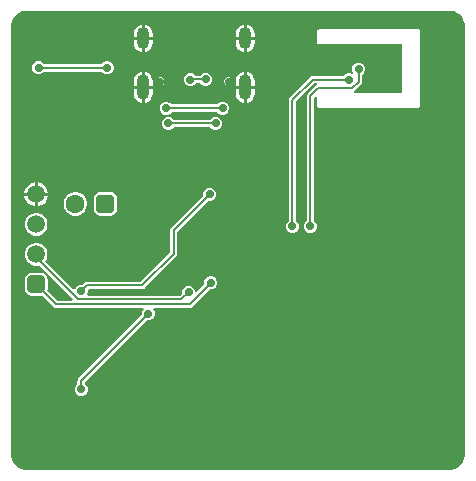
<source format=gbr>
%TF.GenerationSoftware,Altium Limited,Altium Designer,24.5.1 (21)*%
G04 Layer_Physical_Order=2*
G04 Layer_Color=16711680*
%FSLAX45Y45*%
%MOMM*%
%TF.SameCoordinates,468CC491-F43C-46A0-BE69-D19C9FF09BCB*%
%TF.FilePolarity,Positive*%
%TF.FileFunction,Copper,L2,Bot,Signal*%
%TF.Part,Single*%
G01*
G75*
%TA.AperFunction,Conductor*%
%ADD30C,0.20000*%
%TA.AperFunction,ComponentPad*%
%ADD32C,1.52000*%
G04:AMPARAMS|DCode=33|XSize=1.52mm|YSize=1.52mm|CornerRadius=0.38mm|HoleSize=0mm|Usage=FLASHONLY|Rotation=90.000|XOffset=0mm|YOffset=0mm|HoleType=Round|Shape=RoundedRectangle|*
%AMROUNDEDRECTD33*
21,1,1.52000,0.76000,0,0,90.0*
21,1,0.76000,1.52000,0,0,90.0*
1,1,0.76000,0.38000,0.38000*
1,1,0.76000,0.38000,-0.38000*
1,1,0.76000,-0.38000,-0.38000*
1,1,0.76000,-0.38000,0.38000*
%
%ADD33ROUNDEDRECTD33*%
G04:AMPARAMS|DCode=34|XSize=1.6mm|YSize=1.6mm|CornerRadius=0.4mm|HoleSize=0mm|Usage=FLASHONLY|Rotation=180.000|XOffset=0mm|YOffset=0mm|HoleType=Round|Shape=RoundedRectangle|*
%AMROUNDEDRECTD34*
21,1,1.60000,0.80000,0,0,180.0*
21,1,0.80000,1.60000,0,0,180.0*
1,1,0.80000,-0.40000,0.40000*
1,1,0.80000,0.40000,0.40000*
1,1,0.80000,0.40000,-0.40000*
1,1,0.80000,-0.40000,-0.40000*
%
%ADD34ROUNDEDRECTD34*%
%ADD35C,1.60000*%
%ADD36O,1.05000X2.15000*%
%ADD37O,1.05000X1.85000*%
%ADD38C,0.70000*%
%TA.AperFunction,ViaPad*%
%ADD39C,0.70000*%
G36*
X17060043Y10108120D02*
X17083157Y10098546D01*
X17103958Y10084648D01*
X17121648Y10066958D01*
X17135545Y10046157D01*
X17145119Y10023044D01*
X17150000Y9998508D01*
Y9986000D01*
Y6357000D01*
X17149998Y6356999D01*
Y6344491D01*
X17145119Y6319955D01*
X17135545Y6296843D01*
X17121648Y6276042D01*
X17103957Y6258352D01*
X17083157Y6244454D01*
X17060043Y6234880D01*
X17035509Y6230000D01*
X13437000D01*
X13437000Y6230000D01*
X13424490Y6230000D01*
X13399954Y6234881D01*
X13376842Y6244454D01*
X13356041Y6258353D01*
X13338351Y6276042D01*
X13324454Y6296843D01*
X13314880Y6319955D01*
X13310001Y6344491D01*
X13310001Y6357000D01*
Y9985999D01*
X13310001Y9986000D01*
X13310001Y9986000D01*
X13310001Y9998508D01*
X13314880Y10023044D01*
X13324454Y10046157D01*
X13338351Y10066958D01*
X13356042Y10084647D01*
X13376842Y10098546D01*
X13399956Y10108120D01*
X13424490Y10113000D01*
X13437000Y10113000D01*
X17023000Y10113000D01*
X17035509D01*
X17060043Y10108120D01*
D02*
G37*
%LPC*%
G36*
X14440700Y9996900D02*
Y9892701D01*
X14506572D01*
Y9920000D01*
X14503896Y9940336D01*
X14496045Y9959286D01*
X14483559Y9975559D01*
X14467287Y9988045D01*
X14448335Y9995895D01*
X14440700Y9996900D01*
D02*
G37*
G36*
X14415300D02*
X14407664Y9995895D01*
X14388715Y9988045D01*
X14372441Y9975559D01*
X14359955Y9959286D01*
X14352106Y9940336D01*
X14349428Y9920000D01*
Y9892701D01*
X14415300D01*
Y9996900D01*
D02*
G37*
G36*
X15304700D02*
Y9892701D01*
X15370572D01*
Y9920000D01*
X15367896Y9940336D01*
X15360045Y9959286D01*
X15347559Y9975559D01*
X15331287Y9988045D01*
X15312337Y9995895D01*
X15304700Y9996900D01*
D02*
G37*
G36*
X15279298Y9996900D02*
X15271664Y9995895D01*
X15252715Y9988045D01*
X15236441Y9975559D01*
X15223955Y9959286D01*
X15216106Y9940336D01*
X15213428Y9920000D01*
Y9892701D01*
X15279298D01*
Y9996900D01*
D02*
G37*
G36*
Y9867301D02*
X15213428D01*
Y9840000D01*
X15216106Y9819664D01*
X15223955Y9800714D01*
X15236441Y9784441D01*
X15252715Y9771955D01*
X15271664Y9764105D01*
X15279298Y9763100D01*
Y9867301D01*
D02*
G37*
G36*
X14506572Y9867301D02*
X14440700D01*
Y9763100D01*
X14448335Y9764105D01*
X14467287Y9771955D01*
X14483559Y9784441D01*
X14496045Y9800714D01*
X14503896Y9819664D01*
X14506572Y9840000D01*
Y9867301D01*
D02*
G37*
G36*
X14415300D02*
X14349428D01*
Y9840000D01*
X14352106Y9819664D01*
X14359955Y9800714D01*
X14372441Y9784441D01*
X14388715Y9771955D01*
X14407664Y9764105D01*
X14415300Y9763100D01*
Y9867301D01*
D02*
G37*
G36*
X15370572Y9867301D02*
X15304700D01*
Y9763100D01*
X15312337Y9764105D01*
X15331287Y9771955D01*
X15347559Y9784441D01*
X15360045Y9800714D01*
X15367896Y9819664D01*
X15370572Y9840000D01*
Y9867301D01*
D02*
G37*
G36*
X14130940Y9685000D02*
X14109061D01*
X14088844Y9676627D01*
X14073373Y9661155D01*
X14073138Y9660588D01*
X13586862D01*
X13586627Y9661155D01*
X13571155Y9676627D01*
X13550940Y9685000D01*
X13529060D01*
X13508846Y9676627D01*
X13493375Y9661155D01*
X13485001Y9640940D01*
Y9619060D01*
X13493375Y9598845D01*
X13508846Y9583374D01*
X13529060Y9575000D01*
X13550940D01*
X13571155Y9583374D01*
X13586627Y9598845D01*
X13586862Y9599412D01*
X14073138D01*
X14073373Y9598845D01*
X14088844Y9583374D01*
X14109061Y9575000D01*
X14130940D01*
X14151155Y9583374D01*
X14166626Y9598845D01*
X14175000Y9619060D01*
Y9640940D01*
X14166626Y9661155D01*
X14151155Y9676627D01*
X14130940Y9685000D01*
D02*
G37*
G36*
X14965939Y9589349D02*
X14944060D01*
X14923843Y9580976D01*
X14908372Y9565504D01*
X14907391Y9563134D01*
X14870390D01*
X14856155Y9577370D01*
X14835941Y9585743D01*
X14814059D01*
X14793845Y9577370D01*
X14778374Y9561898D01*
X14770000Y9541683D01*
Y9519803D01*
X14778374Y9499589D01*
X14793845Y9484117D01*
X14814059Y9475744D01*
X14835941D01*
X14856155Y9484117D01*
X14871626Y9499589D01*
X14872607Y9501959D01*
X14909608D01*
X14923843Y9487723D01*
X14944060Y9479349D01*
X14965939D01*
X14986154Y9487723D01*
X15001627Y9503194D01*
X15009999Y9523409D01*
Y9545289D01*
X15001627Y9565504D01*
X14986154Y9580976D01*
X14965939Y9589349D01*
D02*
G37*
G36*
X15155962Y9550000D02*
X15142038D01*
X15129173Y9544672D01*
X15119328Y9534826D01*
X15114000Y9521962D01*
Y9508038D01*
X15119328Y9495174D01*
X15129173Y9485329D01*
X15142038Y9480000D01*
X15155962D01*
X15168826Y9485329D01*
X15178671Y9495174D01*
X15184000Y9508038D01*
Y9521962D01*
X15178671Y9534826D01*
X15168826Y9544672D01*
X15155962Y9550000D01*
D02*
G37*
G36*
X14577962D02*
X14564038D01*
X14551173Y9544672D01*
X14541328Y9534826D01*
X14536000Y9521962D01*
Y9508038D01*
X14541328Y9495174D01*
X14551173Y9485329D01*
X14564038Y9480000D01*
X14577962D01*
X14590826Y9485329D01*
X14600671Y9495174D01*
X14606000Y9508038D01*
Y9521962D01*
X14600671Y9534826D01*
X14590826Y9544672D01*
X14577962Y9550000D01*
D02*
G37*
G36*
X14440701Y9596900D02*
Y9477701D01*
X14506572D01*
Y9520000D01*
X14503896Y9540336D01*
X14496045Y9559286D01*
X14483559Y9575559D01*
X14467287Y9588045D01*
X14448335Y9595895D01*
X14440701Y9596900D01*
D02*
G37*
G36*
X14415302Y9596900D02*
X14407664Y9595895D01*
X14388715Y9588045D01*
X14372441Y9575559D01*
X14359955Y9559286D01*
X14352106Y9540336D01*
X14349428Y9520000D01*
Y9477701D01*
X14415302D01*
Y9596900D01*
D02*
G37*
G36*
X15304700D02*
Y9477700D01*
X15370572D01*
Y9520000D01*
X15367896Y9540336D01*
X15360045Y9559286D01*
X15347559Y9575559D01*
X15331287Y9588045D01*
X15312337Y9595895D01*
X15304700Y9596900D01*
D02*
G37*
G36*
X15279300D02*
X15271664Y9595895D01*
X15252715Y9588045D01*
X15236441Y9575559D01*
X15223955Y9559286D01*
X15216106Y9540336D01*
X15213428Y9520000D01*
Y9477700D01*
X15279300D01*
Y9596900D01*
D02*
G37*
G36*
X16750000Y9960392D02*
X15920000D01*
X15912196Y9958840D01*
X15905582Y9954419D01*
X15901160Y9947804D01*
X15899608Y9940000D01*
Y9850000D01*
X15901160Y9842196D01*
X15905582Y9835581D01*
X15912196Y9831160D01*
X15920000Y9829608D01*
X16619608D01*
Y9420392D01*
X16214125D01*
X16212766Y9424122D01*
X16212012Y9433092D01*
X16219913Y9438371D01*
X16271629Y9490087D01*
X16278259Y9500010D01*
X16280588Y9511716D01*
X16280588Y9511717D01*
Y9573139D01*
X16281155Y9573374D01*
X16296626Y9588845D01*
X16305000Y9609060D01*
Y9630940D01*
X16296626Y9651155D01*
X16281155Y9666627D01*
X16260941Y9675000D01*
X16239059D01*
X16218845Y9666627D01*
X16203374Y9651155D01*
X16195000Y9630940D01*
Y9609060D01*
X16203069Y9589580D01*
X16201797Y9586985D01*
X16195140Y9579118D01*
X16180940Y9585000D01*
X16159061D01*
X16138844Y9576627D01*
X16123373Y9561155D01*
X16123138Y9560588D01*
X15860001D01*
X15848294Y9558259D01*
X15838371Y9551629D01*
X15838371Y9551628D01*
X15668372Y9381629D01*
X15661742Y9371705D01*
X15659412Y9360000D01*
X15659412Y9359999D01*
Y8336861D01*
X15658846Y8336626D01*
X15643375Y8321155D01*
X15635001Y8300940D01*
Y8279060D01*
X15643375Y8258845D01*
X15658846Y8243373D01*
X15679060Y8235000D01*
X15700940D01*
X15721155Y8243373D01*
X15736627Y8258845D01*
X15745000Y8279060D01*
Y8300940D01*
X15736627Y8321155D01*
X15721155Y8336626D01*
X15720589Y8336861D01*
Y9347330D01*
X15872670Y9499412D01*
X15893867D01*
X15894412Y9498039D01*
X15895979Y9486712D01*
X15888371Y9481629D01*
X15818372Y9411629D01*
X15811742Y9401705D01*
X15809412Y9390000D01*
X15809412Y9389999D01*
Y8336861D01*
X15808846Y8336626D01*
X15793375Y8321155D01*
X15785001Y8300940D01*
Y8279060D01*
X15793375Y8258845D01*
X15808846Y8243373D01*
X15829060Y8235000D01*
X15850940D01*
X15871155Y8243373D01*
X15886627Y8258845D01*
X15895000Y8279060D01*
Y8300940D01*
X15886627Y8321155D01*
X15871155Y8336626D01*
X15870589Y8336861D01*
Y9377330D01*
X15886908Y9393650D01*
X15899608Y9388390D01*
Y9310000D01*
X15901160Y9302196D01*
X15905582Y9295581D01*
X15912196Y9291160D01*
X15920000Y9289608D01*
X16750000D01*
X16757803Y9291160D01*
X16764420Y9295581D01*
X16768840Y9302196D01*
X16770392Y9310000D01*
Y9940000D01*
X16768840Y9947804D01*
X16764420Y9954419D01*
X16757803Y9958840D01*
X16750000Y9960392D01*
D02*
G37*
G36*
X14506572Y9452301D02*
X14440701D01*
Y9333100D01*
X14448335Y9334105D01*
X14467287Y9341955D01*
X14483559Y9354441D01*
X14496045Y9370714D01*
X14503896Y9389664D01*
X14506572Y9410000D01*
Y9452301D01*
D02*
G37*
G36*
X15370572Y9452300D02*
X15304700D01*
Y9333100D01*
X15312337Y9334105D01*
X15331287Y9341955D01*
X15347559Y9354441D01*
X15360045Y9370714D01*
X15367896Y9389664D01*
X15370572Y9410000D01*
Y9452300D01*
D02*
G37*
G36*
X15279300D02*
X15213428D01*
Y9410000D01*
X15216106Y9389664D01*
X15223955Y9370714D01*
X15236441Y9354441D01*
X15252715Y9341955D01*
X15271664Y9334105D01*
X15279300Y9333100D01*
Y9452300D01*
D02*
G37*
G36*
X14415302Y9452301D02*
X14349428D01*
Y9410000D01*
X14352106Y9389664D01*
X14359955Y9370714D01*
X14372441Y9354441D01*
X14388715Y9341955D01*
X14407664Y9334105D01*
X14415302Y9333100D01*
Y9452301D01*
D02*
G37*
G36*
X15110941Y9345000D02*
X15089059D01*
X15068845Y9336626D01*
X15053374Y9321155D01*
X15053139Y9320588D01*
X14666861D01*
X14666626Y9321155D01*
X14651155Y9336626D01*
X14630940Y9345000D01*
X14609061D01*
X14588844Y9336626D01*
X14573373Y9321155D01*
X14564999Y9300940D01*
Y9279060D01*
X14573373Y9258845D01*
X14588844Y9243373D01*
X14609061Y9235000D01*
X14630940D01*
X14651155Y9243373D01*
X14666626Y9258845D01*
X14666861Y9259412D01*
X15053139D01*
X15053374Y9258845D01*
X15068845Y9243373D01*
X15089059Y9235000D01*
X15110941D01*
X15131155Y9243373D01*
X15146626Y9258845D01*
X15155000Y9279060D01*
Y9300940D01*
X15146626Y9321155D01*
X15131155Y9336626D01*
X15110941Y9345000D01*
D02*
G37*
G36*
X15050940Y9215000D02*
X15029060D01*
X15008846Y9206626D01*
X14993373Y9191155D01*
X14993138Y9190588D01*
X14686861D01*
X14686626Y9191155D01*
X14671155Y9206626D01*
X14650940Y9215000D01*
X14629060D01*
X14608846Y9206626D01*
X14593373Y9191155D01*
X14585001Y9170940D01*
Y9149060D01*
X14593373Y9128845D01*
X14608846Y9113373D01*
X14629060Y9105000D01*
X14650940D01*
X14671155Y9113373D01*
X14686626Y9128845D01*
X14686861Y9129412D01*
X14993138D01*
X14993373Y9128845D01*
X15008846Y9113373D01*
X15029060Y9105000D01*
X15050940D01*
X15071155Y9113373D01*
X15086626Y9128845D01*
X15095000Y9149060D01*
Y9170940D01*
X15086626Y9191155D01*
X15071155Y9206626D01*
X15050940Y9215000D01*
D02*
G37*
G36*
X13533350Y8662399D02*
X13532700D01*
Y8573699D01*
X13621400D01*
Y8574348D01*
X13614490Y8600138D01*
X13601140Y8623260D01*
X13582262Y8642139D01*
X13559138Y8655489D01*
X13533350Y8662399D01*
D02*
G37*
G36*
X13507298D02*
X13506650D01*
X13480861Y8655489D01*
X13457739Y8642139D01*
X13438860Y8623260D01*
X13425510Y8600138D01*
X13418600Y8574348D01*
Y8573699D01*
X13507298D01*
Y8662399D01*
D02*
G37*
G36*
X15000940Y8615000D02*
X14979060D01*
X14958846Y8606626D01*
X14943373Y8591155D01*
X14935001Y8570940D01*
Y8549060D01*
X14935236Y8548492D01*
X14662730Y8275987D01*
X14656099Y8266064D01*
X14653770Y8254358D01*
X14653770Y8254357D01*
Y8068744D01*
X14405614Y7820588D01*
X13950002D01*
X13950000Y7820588D01*
X13938293Y7818259D01*
X13928371Y7811629D01*
X13911507Y7794765D01*
X13910941Y7795000D01*
X13889059D01*
X13868845Y7786627D01*
X13853374Y7771155D01*
X13848911Y7760383D01*
X13833931Y7757403D01*
X13596988Y7994346D01*
X13609457Y8015944D01*
X13616000Y8040360D01*
Y8065637D01*
X13609457Y8090053D01*
X13596819Y8111944D01*
X13578944Y8129818D01*
X13557054Y8142456D01*
X13532639Y8148999D01*
X13507361D01*
X13482945Y8142456D01*
X13461055Y8129818D01*
X13443181Y8111944D01*
X13430542Y8090053D01*
X13424001Y8065637D01*
Y8040360D01*
X13430542Y8015944D01*
X13443181Y7994054D01*
X13461055Y7976180D01*
X13482945Y7963541D01*
X13507361Y7956999D01*
X13532639D01*
X13544611Y7960207D01*
X13832497Y7672321D01*
X13827637Y7660588D01*
X13701668D01*
X13614502Y7747754D01*
X13617136Y7760999D01*
Y7836999D01*
X13612634Y7859629D01*
X13599815Y7878815D01*
X13580630Y7891634D01*
X13558000Y7896135D01*
X13482001D01*
X13459370Y7891634D01*
X13440184Y7878815D01*
X13427365Y7859629D01*
X13422864Y7836999D01*
Y7760999D01*
X13427365Y7738369D01*
X13440184Y7719183D01*
X13459370Y7706364D01*
X13482001Y7701863D01*
X13558000D01*
X13571243Y7704497D01*
X13667369Y7608372D01*
X13667371Y7608371D01*
X13677293Y7601741D01*
X13688998Y7599412D01*
X13689000Y7599412D01*
X14423669D01*
X14428931Y7586712D01*
X14423373Y7581155D01*
X14414999Y7560940D01*
Y7539060D01*
X14415234Y7538492D01*
X13878371Y7001629D01*
X13871741Y6991705D01*
X13869412Y6980000D01*
X13869412Y6979998D01*
Y6956861D01*
X13868845Y6956626D01*
X13853374Y6941155D01*
X13845000Y6920940D01*
Y6899060D01*
X13853374Y6878845D01*
X13868845Y6863373D01*
X13889059Y6855000D01*
X13910941D01*
X13931155Y6863373D01*
X13946626Y6878845D01*
X13955000Y6899060D01*
Y6920940D01*
X13946626Y6941155D01*
X13931155Y6956626D01*
X13931853Y6968595D01*
X14458493Y7495235D01*
X14459061Y7495000D01*
X14480940D01*
X14501155Y7503373D01*
X14516628Y7518845D01*
X14525000Y7539060D01*
Y7560940D01*
X14516628Y7581155D01*
X14511069Y7586712D01*
X14516330Y7599412D01*
X14820000D01*
X14820000Y7599412D01*
X14831705Y7601741D01*
X14841629Y7608371D01*
X14988493Y7755235D01*
X14989059Y7755000D01*
X15010941D01*
X15031155Y7763373D01*
X15046626Y7778845D01*
X15055000Y7799060D01*
Y7820940D01*
X15046626Y7841155D01*
X15031155Y7856626D01*
X15010941Y7865000D01*
X14989059D01*
X14968845Y7856626D01*
X14953374Y7841155D01*
X14945000Y7820940D01*
Y7799060D01*
X14945235Y7798493D01*
X14877699Y7730958D01*
X14864999Y7736218D01*
Y7740940D01*
X14856627Y7761155D01*
X14841154Y7776627D01*
X14820940Y7785000D01*
X14799060D01*
X14778845Y7776627D01*
X14763374Y7761155D01*
X14755000Y7740940D01*
Y7719060D01*
X14755235Y7718493D01*
X14737331Y7700588D01*
X13954962D01*
X13948466Y7713288D01*
X13955000Y7729060D01*
Y7750940D01*
X13963454Y7759412D01*
X14418283D01*
X14418285Y7759412D01*
X14429990Y7761741D01*
X14439912Y7768371D01*
X14705988Y8034445D01*
X14705988Y8034445D01*
X14712617Y8044369D01*
X14714946Y8056074D01*
X14714946Y8056075D01*
Y8241688D01*
X14978493Y8505235D01*
X14979060Y8505000D01*
X15000940D01*
X15021155Y8513373D01*
X15036627Y8528845D01*
X15045000Y8549060D01*
Y8570940D01*
X15036627Y8591155D01*
X15021155Y8606626D01*
X15000940Y8615000D01*
D02*
G37*
G36*
X13621400Y8548299D02*
X13532700D01*
Y8459599D01*
X13533350D01*
X13559138Y8466509D01*
X13582262Y8479859D01*
X13601140Y8498738D01*
X13614490Y8521860D01*
X13621400Y8547649D01*
Y8548299D01*
D02*
G37*
G36*
X13507298D02*
X13418600D01*
Y8547649D01*
X13425510Y8521860D01*
X13438860Y8498738D01*
X13457739Y8479859D01*
X13480861Y8466509D01*
X13506650Y8459599D01*
X13507298D01*
Y8548299D01*
D02*
G37*
G36*
X13866165Y8580000D02*
X13839835D01*
X13814401Y8573185D01*
X13791599Y8560020D01*
X13772980Y8541401D01*
X13759814Y8518598D01*
X13753000Y8493165D01*
Y8466835D01*
X13759814Y8441402D01*
X13772980Y8418599D01*
X13791599Y8399980D01*
X13814401Y8386815D01*
X13839835Y8380000D01*
X13866165D01*
X13891599Y8386815D01*
X13914401Y8399980D01*
X13933020Y8418599D01*
X13946185Y8441402D01*
X13953000Y8466835D01*
Y8493165D01*
X13946185Y8518598D01*
X13933020Y8541401D01*
X13914401Y8560020D01*
X13891599Y8573185D01*
X13866165Y8580000D01*
D02*
G37*
G36*
X14147000Y8581175D02*
X14067000D01*
X14043588Y8576519D01*
X14023743Y8563257D01*
X14010481Y8543411D01*
X14005824Y8520000D01*
Y8440000D01*
X14010481Y8416589D01*
X14023743Y8396743D01*
X14043588Y8383481D01*
X14067000Y8378825D01*
X14147000D01*
X14170412Y8383481D01*
X14190257Y8396743D01*
X14203519Y8416589D01*
X14208176Y8440000D01*
Y8520000D01*
X14203519Y8543411D01*
X14190257Y8563257D01*
X14170412Y8576519D01*
X14147000Y8581175D01*
D02*
G37*
G36*
X13532639Y8402999D02*
X13507361D01*
X13482945Y8396456D01*
X13461055Y8383818D01*
X13443181Y8365944D01*
X13430542Y8344053D01*
X13424001Y8319637D01*
Y8294360D01*
X13430542Y8269944D01*
X13443181Y8248054D01*
X13461055Y8230180D01*
X13482945Y8217541D01*
X13507361Y8210999D01*
X13532639D01*
X13557054Y8217541D01*
X13578944Y8230180D01*
X13596819Y8248054D01*
X13609457Y8269944D01*
X13616000Y8294360D01*
Y8319637D01*
X13609457Y8344053D01*
X13596819Y8365944D01*
X13578944Y8383818D01*
X13557054Y8396456D01*
X13532639Y8402999D01*
D02*
G37*
%LPD*%
D30*
X15839999Y8290000D02*
Y9390000D01*
X15910001Y9460000D01*
X16198283D01*
X15860001Y9530000D02*
X16170000D01*
X15689999Y8290000D02*
Y9360000D01*
X15860001Y9530000D01*
X16250000Y9511716D02*
Y9620000D01*
X16198283Y9460000D02*
X16250000Y9511716D01*
X14953197Y9532546D02*
X14954999Y9534349D01*
X14825000Y9530743D02*
X14826804Y9532546D01*
X14953197D01*
X13520000Y7798999D02*
X13688998Y7630000D01*
X14820000D01*
X13900000Y6980000D02*
X14470000Y7550000D01*
X13900000Y6910000D02*
Y6980000D01*
X13878076Y7670000D02*
X14750000D01*
X14810001Y7730000D01*
X14820000Y7630000D02*
X15000000Y7810000D01*
X13520000Y8028076D02*
X13878076Y7670000D01*
X13520000Y7798999D02*
Y7798999D01*
Y8028076D02*
Y8052999D01*
X13900000Y7740000D02*
X13950000Y7790000D01*
X14418285D01*
X14684358Y8056074D01*
Y8254358D01*
X14989999Y8560000D01*
X14620000Y9290000D02*
X15100000D01*
X14639999Y9160000D02*
X15039999D01*
X13539999Y9630000D02*
X14120000D01*
D32*
X13520000Y8560999D02*
D03*
Y8306999D02*
D03*
Y8052999D02*
D03*
D33*
Y7798999D02*
D03*
D34*
X14107001Y8480000D02*
D03*
D35*
X13853000D02*
D03*
D36*
X14428000Y9465000D02*
D03*
X15292000D02*
D03*
D37*
X14428000Y9880000D02*
D03*
X15292000D02*
D03*
D38*
X14571001Y9515000D02*
D03*
X15149001D02*
D03*
D39*
X14510001Y9290000D02*
D03*
X14439999Y9160000D02*
D03*
X15680000Y9900000D02*
D03*
X15670000Y9440000D02*
D03*
X15970000Y8390000D02*
D03*
X13770000Y7890000D02*
D03*
X15060001Y8900000D02*
D03*
Y9040000D02*
D03*
X14100000Y9950000D02*
D03*
X14089999Y9770000D02*
D03*
X13430000Y9490000D02*
D03*
X13500000Y8880000D02*
D03*
X16250000Y9620000D02*
D03*
X16170000Y9530000D02*
D03*
X14954999Y9534349D02*
D03*
X14825000Y9530743D02*
D03*
X14470000Y7550000D02*
D03*
X13900000Y7740000D02*
D03*
X15689999Y8290000D02*
D03*
X15839999D02*
D03*
X14989999Y8560000D02*
D03*
X15000000Y7810000D02*
D03*
X14810001Y7730000D02*
D03*
X15239999Y9290000D02*
D03*
X14620000D02*
D03*
X14639999Y9160000D02*
D03*
X15100000Y9290000D02*
D03*
X13789999Y9510000D02*
D03*
X13539999Y9630000D02*
D03*
X14120000D02*
D03*
X15039999Y9160000D02*
D03*
X16420000Y8370000D02*
D03*
X13900000Y6910000D02*
D03*
X14280000Y6660000D02*
D03*
X14380000Y8260000D02*
D03*
X16430000Y8730000D02*
D03*
X16400000Y7975000D02*
D03*
X15900000Y7425000D02*
D03*
X15625000Y7150000D02*
D03*
X15350000Y7425000D02*
D03*
X15625000Y7700000D02*
D03*
X16400000Y6550000D02*
D03*
%TF.MD5,2ca4f2aed8519af98d309c1184d19fb8*%
M02*

</source>
